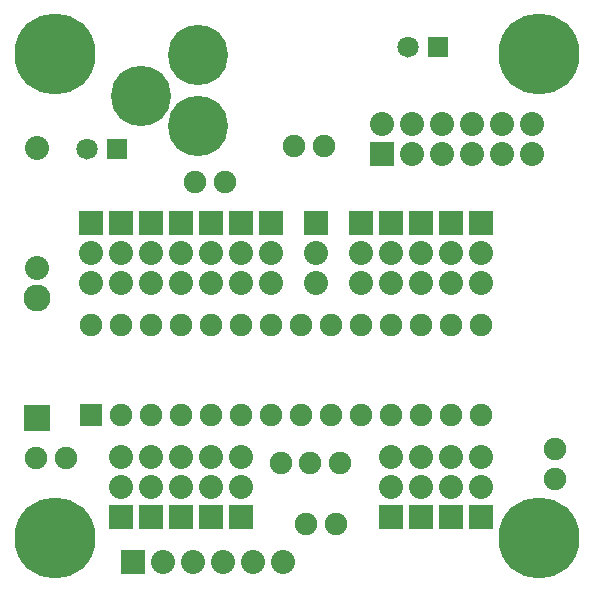
<source format=gbs>
G04 #@! TF.FileFunction,Soldermask,Bot*
%FSLAX46Y46*%
G04 Gerber Fmt 4.6, Leading zero omitted, Abs format (unit mm)*
G04 Created by KiCad (PCBNEW (after 2015-mar-04 BZR unknown)-product) date 10/19/2015 1:10:15 PM*
%MOMM*%
G01*
G04 APERTURE LIST*
%ADD10C,0.150000*%
%ADD11C,1.905000*%
%ADD12R,1.905000X1.905000*%
%ADD13R,2.032000X2.032000*%
%ADD14C,2.032000*%
%ADD15C,2.286000*%
%ADD16R,2.286000X2.286000*%
%ADD17C,6.858000*%
%ADD18R,1.808000X1.808000*%
%ADD19C,1.808000*%
%ADD20C,5.108000*%
G04 APERTURE END LIST*
D10*
D11*
X26788000Y-11816000D03*
X24248000Y-11816000D03*
X4944000Y-38232000D03*
X2404000Y-38232000D03*
X18406000Y-14864000D03*
X15866000Y-14864000D03*
X9652000Y-34544000D03*
X12192000Y-34544000D03*
X14732000Y-34544000D03*
X17272000Y-34544000D03*
X19812000Y-34544000D03*
X22352000Y-34544000D03*
X24892000Y-34544000D03*
X27432000Y-34544000D03*
X29972000Y-34544000D03*
X32512000Y-34544000D03*
X35052000Y-34544000D03*
X37592000Y-34544000D03*
X40132000Y-34544000D03*
D12*
X7112000Y-34544000D03*
D11*
X40132000Y-26924000D03*
X37592000Y-26924000D03*
X35052000Y-26924000D03*
X32512000Y-26924000D03*
X29972000Y-26924000D03*
X27432000Y-26924000D03*
X24892000Y-26924000D03*
X22352000Y-26924000D03*
X19812000Y-26924000D03*
X17272000Y-26924000D03*
X14732000Y-26924000D03*
X12192000Y-26924000D03*
X9652000Y-26924000D03*
X7112000Y-26924000D03*
D13*
X10650000Y-47000000D03*
D14*
X13190000Y-47000000D03*
X15730000Y-47000000D03*
X18270000Y-47000000D03*
X20810000Y-47000000D03*
X23350000Y-47000000D03*
D13*
X19812000Y-43180000D03*
D14*
X19812000Y-40640000D03*
X19812000Y-38100000D03*
D13*
X29972000Y-18288000D03*
D14*
X29972000Y-20828000D03*
X29972000Y-23368000D03*
D13*
X32512000Y-18288000D03*
D14*
X32512000Y-20828000D03*
X32512000Y-23368000D03*
D13*
X35052000Y-18288000D03*
D14*
X35052000Y-20828000D03*
X35052000Y-23368000D03*
D13*
X37592000Y-18288000D03*
D14*
X37592000Y-20828000D03*
X37592000Y-23368000D03*
D13*
X40132000Y-18288000D03*
D14*
X40132000Y-20828000D03*
X40132000Y-23368000D03*
D13*
X40132000Y-43180000D03*
D14*
X40132000Y-40640000D03*
X40132000Y-38100000D03*
D13*
X37592000Y-43180000D03*
D14*
X37592000Y-40640000D03*
X37592000Y-38100000D03*
D13*
X35052000Y-43180000D03*
D14*
X35052000Y-40640000D03*
X35052000Y-38100000D03*
D13*
X32512000Y-43180000D03*
D14*
X32512000Y-40640000D03*
X32512000Y-38100000D03*
D13*
X19812000Y-18288000D03*
D14*
X19812000Y-20828000D03*
X19812000Y-23368000D03*
D13*
X17272000Y-43180000D03*
D14*
X17272000Y-40640000D03*
X17272000Y-38100000D03*
D13*
X14732000Y-43180000D03*
D14*
X14732000Y-40640000D03*
X14732000Y-38100000D03*
D13*
X12192000Y-43180000D03*
D14*
X12192000Y-40640000D03*
X12192000Y-38100000D03*
D13*
X9652000Y-43180000D03*
D14*
X9652000Y-40640000D03*
X9652000Y-38100000D03*
D13*
X7112000Y-18288000D03*
D14*
X7112000Y-20828000D03*
X7112000Y-23368000D03*
D13*
X9652000Y-18288000D03*
D14*
X9652000Y-20828000D03*
X9652000Y-23368000D03*
D13*
X12192000Y-18288000D03*
D14*
X12192000Y-20828000D03*
X12192000Y-23368000D03*
D13*
X14732000Y-18288000D03*
D14*
X14732000Y-20828000D03*
X14732000Y-23368000D03*
D13*
X17272000Y-18288000D03*
D14*
X17272000Y-20828000D03*
X17272000Y-23368000D03*
D15*
X2540000Y-24638000D03*
D16*
X2540000Y-34798000D03*
D14*
X2540000Y-11938000D03*
X2540000Y-22098000D03*
D13*
X22352000Y-18288000D03*
D14*
X22352000Y-20828000D03*
X22352000Y-23368000D03*
D13*
X26162000Y-18288000D03*
D14*
X26162000Y-20828000D03*
X26162000Y-23368000D03*
D11*
X28153360Y-38608000D03*
X23154640Y-38608000D03*
X25654000Y-38608000D03*
D13*
X31750000Y-12446000D03*
D14*
X31750000Y-9906000D03*
X34290000Y-12446000D03*
X34290000Y-9906000D03*
X36830000Y-12446000D03*
X36830000Y-9906000D03*
X39370000Y-12446000D03*
X39370000Y-9906000D03*
X41910000Y-12446000D03*
X41910000Y-9906000D03*
X44450000Y-12446000D03*
X44450000Y-9906000D03*
D11*
X25264000Y-43820000D03*
X27804000Y-43820000D03*
X46346000Y-37470000D03*
X46346000Y-40010000D03*
D17*
X4000000Y-4000000D03*
X45000000Y-4000000D03*
X45000000Y-45000000D03*
X4000000Y-45000000D03*
D18*
X9262000Y-12070000D03*
D19*
X6762000Y-12070000D03*
D18*
X36440000Y-3434000D03*
D19*
X33940000Y-3434000D03*
D20*
X16120000Y-4069000D03*
X16120000Y-10069000D03*
X11320000Y-7569000D03*
M02*

</source>
